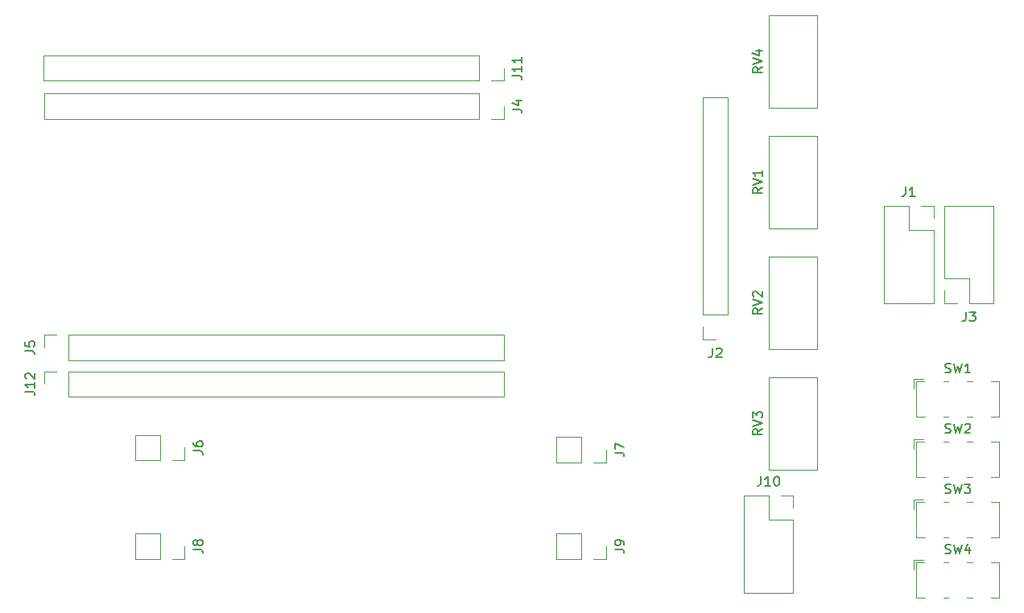
<source format=gbr>
%TF.GenerationSoftware,KiCad,Pcbnew,7.0.2*%
%TF.CreationDate,2023-05-18T09:18:09-03:00*%
%TF.ProjectId,placaSensIC075,706c6163-6153-4656-9e73-49433037352e,rev?*%
%TF.SameCoordinates,Original*%
%TF.FileFunction,Legend,Top*%
%TF.FilePolarity,Positive*%
%FSLAX46Y46*%
G04 Gerber Fmt 4.6, Leading zero omitted, Abs format (unit mm)*
G04 Created by KiCad (PCBNEW 7.0.2) date 2023-05-18 09:18:09*
%MOMM*%
%LPD*%
G01*
G04 APERTURE LIST*
%ADD10C,0.150000*%
%ADD11C,0.120000*%
G04 APERTURE END LIST*
D10*
%TO.C,J12*%
X87442619Y-93179523D02*
X88156904Y-93179523D01*
X88156904Y-93179523D02*
X88299761Y-93227142D01*
X88299761Y-93227142D02*
X88395000Y-93322380D01*
X88395000Y-93322380D02*
X88442619Y-93465237D01*
X88442619Y-93465237D02*
X88442619Y-93560475D01*
X88442619Y-92179523D02*
X88442619Y-92750951D01*
X88442619Y-92465237D02*
X87442619Y-92465237D01*
X87442619Y-92465237D02*
X87585476Y-92560475D01*
X87585476Y-92560475D02*
X87680714Y-92655713D01*
X87680714Y-92655713D02*
X87728333Y-92750951D01*
X87537857Y-91798570D02*
X87490238Y-91750951D01*
X87490238Y-91750951D02*
X87442619Y-91655713D01*
X87442619Y-91655713D02*
X87442619Y-91417618D01*
X87442619Y-91417618D02*
X87490238Y-91322380D01*
X87490238Y-91322380D02*
X87537857Y-91274761D01*
X87537857Y-91274761D02*
X87633095Y-91227142D01*
X87633095Y-91227142D02*
X87728333Y-91227142D01*
X87728333Y-91227142D02*
X87871190Y-91274761D01*
X87871190Y-91274761D02*
X88442619Y-91846189D01*
X88442619Y-91846189D02*
X88442619Y-91227142D01*
%TO.C,J3*%
X186356666Y-84782619D02*
X186356666Y-85496904D01*
X186356666Y-85496904D02*
X186309047Y-85639761D01*
X186309047Y-85639761D02*
X186213809Y-85735000D01*
X186213809Y-85735000D02*
X186070952Y-85782619D01*
X186070952Y-85782619D02*
X185975714Y-85782619D01*
X186737619Y-84782619D02*
X187356666Y-84782619D01*
X187356666Y-84782619D02*
X187023333Y-85163571D01*
X187023333Y-85163571D02*
X187166190Y-85163571D01*
X187166190Y-85163571D02*
X187261428Y-85211190D01*
X187261428Y-85211190D02*
X187309047Y-85258809D01*
X187309047Y-85258809D02*
X187356666Y-85354047D01*
X187356666Y-85354047D02*
X187356666Y-85592142D01*
X187356666Y-85592142D02*
X187309047Y-85687380D01*
X187309047Y-85687380D02*
X187261428Y-85735000D01*
X187261428Y-85735000D02*
X187166190Y-85782619D01*
X187166190Y-85782619D02*
X186880476Y-85782619D01*
X186880476Y-85782619D02*
X186785238Y-85735000D01*
X186785238Y-85735000D02*
X186737619Y-85687380D01*
%TO.C,J6*%
X105102619Y-99393333D02*
X105816904Y-99393333D01*
X105816904Y-99393333D02*
X105959761Y-99440952D01*
X105959761Y-99440952D02*
X106055000Y-99536190D01*
X106055000Y-99536190D02*
X106102619Y-99679047D01*
X106102619Y-99679047D02*
X106102619Y-99774285D01*
X105102619Y-98488571D02*
X105102619Y-98679047D01*
X105102619Y-98679047D02*
X105150238Y-98774285D01*
X105150238Y-98774285D02*
X105197857Y-98821904D01*
X105197857Y-98821904D02*
X105340714Y-98917142D01*
X105340714Y-98917142D02*
X105531190Y-98964761D01*
X105531190Y-98964761D02*
X105912142Y-98964761D01*
X105912142Y-98964761D02*
X106007380Y-98917142D01*
X106007380Y-98917142D02*
X106055000Y-98869523D01*
X106055000Y-98869523D02*
X106102619Y-98774285D01*
X106102619Y-98774285D02*
X106102619Y-98583809D01*
X106102619Y-98583809D02*
X106055000Y-98488571D01*
X106055000Y-98488571D02*
X106007380Y-98440952D01*
X106007380Y-98440952D02*
X105912142Y-98393333D01*
X105912142Y-98393333D02*
X105674047Y-98393333D01*
X105674047Y-98393333D02*
X105578809Y-98440952D01*
X105578809Y-98440952D02*
X105531190Y-98488571D01*
X105531190Y-98488571D02*
X105483571Y-98583809D01*
X105483571Y-98583809D02*
X105483571Y-98774285D01*
X105483571Y-98774285D02*
X105531190Y-98869523D01*
X105531190Y-98869523D02*
X105578809Y-98917142D01*
X105578809Y-98917142D02*
X105674047Y-98964761D01*
%TO.C,SW1*%
X184179167Y-91145000D02*
X184322024Y-91192619D01*
X184322024Y-91192619D02*
X184560119Y-91192619D01*
X184560119Y-91192619D02*
X184655357Y-91145000D01*
X184655357Y-91145000D02*
X184702976Y-91097380D01*
X184702976Y-91097380D02*
X184750595Y-91002142D01*
X184750595Y-91002142D02*
X184750595Y-90906904D01*
X184750595Y-90906904D02*
X184702976Y-90811666D01*
X184702976Y-90811666D02*
X184655357Y-90764047D01*
X184655357Y-90764047D02*
X184560119Y-90716428D01*
X184560119Y-90716428D02*
X184369643Y-90668809D01*
X184369643Y-90668809D02*
X184274405Y-90621190D01*
X184274405Y-90621190D02*
X184226786Y-90573571D01*
X184226786Y-90573571D02*
X184179167Y-90478333D01*
X184179167Y-90478333D02*
X184179167Y-90383095D01*
X184179167Y-90383095D02*
X184226786Y-90287857D01*
X184226786Y-90287857D02*
X184274405Y-90240238D01*
X184274405Y-90240238D02*
X184369643Y-90192619D01*
X184369643Y-90192619D02*
X184607738Y-90192619D01*
X184607738Y-90192619D02*
X184750595Y-90240238D01*
X185083929Y-90192619D02*
X185322024Y-91192619D01*
X185322024Y-91192619D02*
X185512500Y-90478333D01*
X185512500Y-90478333D02*
X185702976Y-91192619D01*
X185702976Y-91192619D02*
X185941072Y-90192619D01*
X186845833Y-91192619D02*
X186274405Y-91192619D01*
X186560119Y-91192619D02*
X186560119Y-90192619D01*
X186560119Y-90192619D02*
X186464881Y-90335476D01*
X186464881Y-90335476D02*
X186369643Y-90430714D01*
X186369643Y-90430714D02*
X186274405Y-90478333D01*
%TO.C,J4*%
X138682619Y-63473333D02*
X139396904Y-63473333D01*
X139396904Y-63473333D02*
X139539761Y-63520952D01*
X139539761Y-63520952D02*
X139635000Y-63616190D01*
X139635000Y-63616190D02*
X139682619Y-63759047D01*
X139682619Y-63759047D02*
X139682619Y-63854285D01*
X139015952Y-62568571D02*
X139682619Y-62568571D01*
X138635000Y-62806666D02*
X139349285Y-63044761D01*
X139349285Y-63044761D02*
X139349285Y-62425714D01*
%TO.C,RV4*%
X164950619Y-59015238D02*
X164474428Y-59348571D01*
X164950619Y-59586666D02*
X163950619Y-59586666D01*
X163950619Y-59586666D02*
X163950619Y-59205714D01*
X163950619Y-59205714D02*
X163998238Y-59110476D01*
X163998238Y-59110476D02*
X164045857Y-59062857D01*
X164045857Y-59062857D02*
X164141095Y-59015238D01*
X164141095Y-59015238D02*
X164283952Y-59015238D01*
X164283952Y-59015238D02*
X164379190Y-59062857D01*
X164379190Y-59062857D02*
X164426809Y-59110476D01*
X164426809Y-59110476D02*
X164474428Y-59205714D01*
X164474428Y-59205714D02*
X164474428Y-59586666D01*
X163950619Y-58729523D02*
X164950619Y-58396190D01*
X164950619Y-58396190D02*
X163950619Y-58062857D01*
X164283952Y-57300952D02*
X164950619Y-57300952D01*
X163903000Y-57539047D02*
X164617285Y-57777142D01*
X164617285Y-57777142D02*
X164617285Y-57158095D01*
%TO.C,SW4*%
X184179167Y-110195000D02*
X184322024Y-110242619D01*
X184322024Y-110242619D02*
X184560119Y-110242619D01*
X184560119Y-110242619D02*
X184655357Y-110195000D01*
X184655357Y-110195000D02*
X184702976Y-110147380D01*
X184702976Y-110147380D02*
X184750595Y-110052142D01*
X184750595Y-110052142D02*
X184750595Y-109956904D01*
X184750595Y-109956904D02*
X184702976Y-109861666D01*
X184702976Y-109861666D02*
X184655357Y-109814047D01*
X184655357Y-109814047D02*
X184560119Y-109766428D01*
X184560119Y-109766428D02*
X184369643Y-109718809D01*
X184369643Y-109718809D02*
X184274405Y-109671190D01*
X184274405Y-109671190D02*
X184226786Y-109623571D01*
X184226786Y-109623571D02*
X184179167Y-109528333D01*
X184179167Y-109528333D02*
X184179167Y-109433095D01*
X184179167Y-109433095D02*
X184226786Y-109337857D01*
X184226786Y-109337857D02*
X184274405Y-109290238D01*
X184274405Y-109290238D02*
X184369643Y-109242619D01*
X184369643Y-109242619D02*
X184607738Y-109242619D01*
X184607738Y-109242619D02*
X184750595Y-109290238D01*
X185083929Y-109242619D02*
X185322024Y-110242619D01*
X185322024Y-110242619D02*
X185512500Y-109528333D01*
X185512500Y-109528333D02*
X185702976Y-110242619D01*
X185702976Y-110242619D02*
X185941072Y-109242619D01*
X186750595Y-109575952D02*
X186750595Y-110242619D01*
X186512500Y-109195000D02*
X186274405Y-109909285D01*
X186274405Y-109909285D02*
X186893452Y-109909285D01*
%TO.C,J10*%
X164798476Y-102102619D02*
X164798476Y-102816904D01*
X164798476Y-102816904D02*
X164750857Y-102959761D01*
X164750857Y-102959761D02*
X164655619Y-103055000D01*
X164655619Y-103055000D02*
X164512762Y-103102619D01*
X164512762Y-103102619D02*
X164417524Y-103102619D01*
X165798476Y-103102619D02*
X165227048Y-103102619D01*
X165512762Y-103102619D02*
X165512762Y-102102619D01*
X165512762Y-102102619D02*
X165417524Y-102245476D01*
X165417524Y-102245476D02*
X165322286Y-102340714D01*
X165322286Y-102340714D02*
X165227048Y-102388333D01*
X166417524Y-102102619D02*
X166512762Y-102102619D01*
X166512762Y-102102619D02*
X166608000Y-102150238D01*
X166608000Y-102150238D02*
X166655619Y-102197857D01*
X166655619Y-102197857D02*
X166703238Y-102293095D01*
X166703238Y-102293095D02*
X166750857Y-102483571D01*
X166750857Y-102483571D02*
X166750857Y-102721666D01*
X166750857Y-102721666D02*
X166703238Y-102912142D01*
X166703238Y-102912142D02*
X166655619Y-103007380D01*
X166655619Y-103007380D02*
X166608000Y-103055000D01*
X166608000Y-103055000D02*
X166512762Y-103102619D01*
X166512762Y-103102619D02*
X166417524Y-103102619D01*
X166417524Y-103102619D02*
X166322286Y-103055000D01*
X166322286Y-103055000D02*
X166274667Y-103007380D01*
X166274667Y-103007380D02*
X166227048Y-102912142D01*
X166227048Y-102912142D02*
X166179429Y-102721666D01*
X166179429Y-102721666D02*
X166179429Y-102483571D01*
X166179429Y-102483571D02*
X166227048Y-102293095D01*
X166227048Y-102293095D02*
X166274667Y-102197857D01*
X166274667Y-102197857D02*
X166322286Y-102150238D01*
X166322286Y-102150238D02*
X166417524Y-102102619D01*
%TO.C,SW3*%
X184179167Y-103845000D02*
X184322024Y-103892619D01*
X184322024Y-103892619D02*
X184560119Y-103892619D01*
X184560119Y-103892619D02*
X184655357Y-103845000D01*
X184655357Y-103845000D02*
X184702976Y-103797380D01*
X184702976Y-103797380D02*
X184750595Y-103702142D01*
X184750595Y-103702142D02*
X184750595Y-103606904D01*
X184750595Y-103606904D02*
X184702976Y-103511666D01*
X184702976Y-103511666D02*
X184655357Y-103464047D01*
X184655357Y-103464047D02*
X184560119Y-103416428D01*
X184560119Y-103416428D02*
X184369643Y-103368809D01*
X184369643Y-103368809D02*
X184274405Y-103321190D01*
X184274405Y-103321190D02*
X184226786Y-103273571D01*
X184226786Y-103273571D02*
X184179167Y-103178333D01*
X184179167Y-103178333D02*
X184179167Y-103083095D01*
X184179167Y-103083095D02*
X184226786Y-102987857D01*
X184226786Y-102987857D02*
X184274405Y-102940238D01*
X184274405Y-102940238D02*
X184369643Y-102892619D01*
X184369643Y-102892619D02*
X184607738Y-102892619D01*
X184607738Y-102892619D02*
X184750595Y-102940238D01*
X185083929Y-102892619D02*
X185322024Y-103892619D01*
X185322024Y-103892619D02*
X185512500Y-103178333D01*
X185512500Y-103178333D02*
X185702976Y-103892619D01*
X185702976Y-103892619D02*
X185941072Y-102892619D01*
X186226786Y-102892619D02*
X186845833Y-102892619D01*
X186845833Y-102892619D02*
X186512500Y-103273571D01*
X186512500Y-103273571D02*
X186655357Y-103273571D01*
X186655357Y-103273571D02*
X186750595Y-103321190D01*
X186750595Y-103321190D02*
X186798214Y-103368809D01*
X186798214Y-103368809D02*
X186845833Y-103464047D01*
X186845833Y-103464047D02*
X186845833Y-103702142D01*
X186845833Y-103702142D02*
X186798214Y-103797380D01*
X186798214Y-103797380D02*
X186750595Y-103845000D01*
X186750595Y-103845000D02*
X186655357Y-103892619D01*
X186655357Y-103892619D02*
X186369643Y-103892619D01*
X186369643Y-103892619D02*
X186274405Y-103845000D01*
X186274405Y-103845000D02*
X186226786Y-103797380D01*
%TO.C,J9*%
X149425619Y-109782333D02*
X150139904Y-109782333D01*
X150139904Y-109782333D02*
X150282761Y-109829952D01*
X150282761Y-109829952D02*
X150378000Y-109925190D01*
X150378000Y-109925190D02*
X150425619Y-110068047D01*
X150425619Y-110068047D02*
X150425619Y-110163285D01*
X150425619Y-109258523D02*
X150425619Y-109068047D01*
X150425619Y-109068047D02*
X150378000Y-108972809D01*
X150378000Y-108972809D02*
X150330380Y-108925190D01*
X150330380Y-108925190D02*
X150187523Y-108829952D01*
X150187523Y-108829952D02*
X149997047Y-108782333D01*
X149997047Y-108782333D02*
X149616095Y-108782333D01*
X149616095Y-108782333D02*
X149520857Y-108829952D01*
X149520857Y-108829952D02*
X149473238Y-108877571D01*
X149473238Y-108877571D02*
X149425619Y-108972809D01*
X149425619Y-108972809D02*
X149425619Y-109163285D01*
X149425619Y-109163285D02*
X149473238Y-109258523D01*
X149473238Y-109258523D02*
X149520857Y-109306142D01*
X149520857Y-109306142D02*
X149616095Y-109353761D01*
X149616095Y-109353761D02*
X149854190Y-109353761D01*
X149854190Y-109353761D02*
X149949428Y-109306142D01*
X149949428Y-109306142D02*
X149997047Y-109258523D01*
X149997047Y-109258523D02*
X150044666Y-109163285D01*
X150044666Y-109163285D02*
X150044666Y-108972809D01*
X150044666Y-108972809D02*
X149997047Y-108877571D01*
X149997047Y-108877571D02*
X149949428Y-108829952D01*
X149949428Y-108829952D02*
X149854190Y-108782333D01*
%TO.C,RV3*%
X164950619Y-97115238D02*
X164474428Y-97448571D01*
X164950619Y-97686666D02*
X163950619Y-97686666D01*
X163950619Y-97686666D02*
X163950619Y-97305714D01*
X163950619Y-97305714D02*
X163998238Y-97210476D01*
X163998238Y-97210476D02*
X164045857Y-97162857D01*
X164045857Y-97162857D02*
X164141095Y-97115238D01*
X164141095Y-97115238D02*
X164283952Y-97115238D01*
X164283952Y-97115238D02*
X164379190Y-97162857D01*
X164379190Y-97162857D02*
X164426809Y-97210476D01*
X164426809Y-97210476D02*
X164474428Y-97305714D01*
X164474428Y-97305714D02*
X164474428Y-97686666D01*
X163950619Y-96829523D02*
X164950619Y-96496190D01*
X164950619Y-96496190D02*
X163950619Y-96162857D01*
X163950619Y-95924761D02*
X163950619Y-95305714D01*
X163950619Y-95305714D02*
X164331571Y-95639047D01*
X164331571Y-95639047D02*
X164331571Y-95496190D01*
X164331571Y-95496190D02*
X164379190Y-95400952D01*
X164379190Y-95400952D02*
X164426809Y-95353333D01*
X164426809Y-95353333D02*
X164522047Y-95305714D01*
X164522047Y-95305714D02*
X164760142Y-95305714D01*
X164760142Y-95305714D02*
X164855380Y-95353333D01*
X164855380Y-95353333D02*
X164903000Y-95400952D01*
X164903000Y-95400952D02*
X164950619Y-95496190D01*
X164950619Y-95496190D02*
X164950619Y-95781904D01*
X164950619Y-95781904D02*
X164903000Y-95877142D01*
X164903000Y-95877142D02*
X164855380Y-95924761D01*
%TO.C,RV1*%
X164950619Y-71715238D02*
X164474428Y-72048571D01*
X164950619Y-72286666D02*
X163950619Y-72286666D01*
X163950619Y-72286666D02*
X163950619Y-71905714D01*
X163950619Y-71905714D02*
X163998238Y-71810476D01*
X163998238Y-71810476D02*
X164045857Y-71762857D01*
X164045857Y-71762857D02*
X164141095Y-71715238D01*
X164141095Y-71715238D02*
X164283952Y-71715238D01*
X164283952Y-71715238D02*
X164379190Y-71762857D01*
X164379190Y-71762857D02*
X164426809Y-71810476D01*
X164426809Y-71810476D02*
X164474428Y-71905714D01*
X164474428Y-71905714D02*
X164474428Y-72286666D01*
X163950619Y-71429523D02*
X164950619Y-71096190D01*
X164950619Y-71096190D02*
X163950619Y-70762857D01*
X164950619Y-69905714D02*
X164950619Y-70477142D01*
X164950619Y-70191428D02*
X163950619Y-70191428D01*
X163950619Y-70191428D02*
X164093476Y-70286666D01*
X164093476Y-70286666D02*
X164188714Y-70381904D01*
X164188714Y-70381904D02*
X164236333Y-70477142D01*
%TO.C,SW2*%
X184179167Y-97495000D02*
X184322024Y-97542619D01*
X184322024Y-97542619D02*
X184560119Y-97542619D01*
X184560119Y-97542619D02*
X184655357Y-97495000D01*
X184655357Y-97495000D02*
X184702976Y-97447380D01*
X184702976Y-97447380D02*
X184750595Y-97352142D01*
X184750595Y-97352142D02*
X184750595Y-97256904D01*
X184750595Y-97256904D02*
X184702976Y-97161666D01*
X184702976Y-97161666D02*
X184655357Y-97114047D01*
X184655357Y-97114047D02*
X184560119Y-97066428D01*
X184560119Y-97066428D02*
X184369643Y-97018809D01*
X184369643Y-97018809D02*
X184274405Y-96971190D01*
X184274405Y-96971190D02*
X184226786Y-96923571D01*
X184226786Y-96923571D02*
X184179167Y-96828333D01*
X184179167Y-96828333D02*
X184179167Y-96733095D01*
X184179167Y-96733095D02*
X184226786Y-96637857D01*
X184226786Y-96637857D02*
X184274405Y-96590238D01*
X184274405Y-96590238D02*
X184369643Y-96542619D01*
X184369643Y-96542619D02*
X184607738Y-96542619D01*
X184607738Y-96542619D02*
X184750595Y-96590238D01*
X185083929Y-96542619D02*
X185322024Y-97542619D01*
X185322024Y-97542619D02*
X185512500Y-96828333D01*
X185512500Y-96828333D02*
X185702976Y-97542619D01*
X185702976Y-97542619D02*
X185941072Y-96542619D01*
X186274405Y-96637857D02*
X186322024Y-96590238D01*
X186322024Y-96590238D02*
X186417262Y-96542619D01*
X186417262Y-96542619D02*
X186655357Y-96542619D01*
X186655357Y-96542619D02*
X186750595Y-96590238D01*
X186750595Y-96590238D02*
X186798214Y-96637857D01*
X186798214Y-96637857D02*
X186845833Y-96733095D01*
X186845833Y-96733095D02*
X186845833Y-96828333D01*
X186845833Y-96828333D02*
X186798214Y-96971190D01*
X186798214Y-96971190D02*
X186226786Y-97542619D01*
X186226786Y-97542619D02*
X186845833Y-97542619D01*
%TO.C,J2*%
X159686666Y-88592619D02*
X159686666Y-89306904D01*
X159686666Y-89306904D02*
X159639047Y-89449761D01*
X159639047Y-89449761D02*
X159543809Y-89545000D01*
X159543809Y-89545000D02*
X159400952Y-89592619D01*
X159400952Y-89592619D02*
X159305714Y-89592619D01*
X160115238Y-88687857D02*
X160162857Y-88640238D01*
X160162857Y-88640238D02*
X160258095Y-88592619D01*
X160258095Y-88592619D02*
X160496190Y-88592619D01*
X160496190Y-88592619D02*
X160591428Y-88640238D01*
X160591428Y-88640238D02*
X160639047Y-88687857D01*
X160639047Y-88687857D02*
X160686666Y-88783095D01*
X160686666Y-88783095D02*
X160686666Y-88878333D01*
X160686666Y-88878333D02*
X160639047Y-89021190D01*
X160639047Y-89021190D02*
X160067619Y-89592619D01*
X160067619Y-89592619D02*
X160686666Y-89592619D01*
%TO.C,J5*%
X87422619Y-88873333D02*
X88136904Y-88873333D01*
X88136904Y-88873333D02*
X88279761Y-88920952D01*
X88279761Y-88920952D02*
X88375000Y-89016190D01*
X88375000Y-89016190D02*
X88422619Y-89159047D01*
X88422619Y-89159047D02*
X88422619Y-89254285D01*
X87422619Y-87920952D02*
X87422619Y-88397142D01*
X87422619Y-88397142D02*
X87898809Y-88444761D01*
X87898809Y-88444761D02*
X87851190Y-88397142D01*
X87851190Y-88397142D02*
X87803571Y-88301904D01*
X87803571Y-88301904D02*
X87803571Y-88063809D01*
X87803571Y-88063809D02*
X87851190Y-87968571D01*
X87851190Y-87968571D02*
X87898809Y-87920952D01*
X87898809Y-87920952D02*
X87994047Y-87873333D01*
X87994047Y-87873333D02*
X88232142Y-87873333D01*
X88232142Y-87873333D02*
X88327380Y-87920952D01*
X88327380Y-87920952D02*
X88375000Y-87968571D01*
X88375000Y-87968571D02*
X88422619Y-88063809D01*
X88422619Y-88063809D02*
X88422619Y-88301904D01*
X88422619Y-88301904D02*
X88375000Y-88397142D01*
X88375000Y-88397142D02*
X88327380Y-88444761D01*
%TO.C,J8*%
X105102619Y-109782333D02*
X105816904Y-109782333D01*
X105816904Y-109782333D02*
X105959761Y-109829952D01*
X105959761Y-109829952D02*
X106055000Y-109925190D01*
X106055000Y-109925190D02*
X106102619Y-110068047D01*
X106102619Y-110068047D02*
X106102619Y-110163285D01*
X105531190Y-109163285D02*
X105483571Y-109258523D01*
X105483571Y-109258523D02*
X105435952Y-109306142D01*
X105435952Y-109306142D02*
X105340714Y-109353761D01*
X105340714Y-109353761D02*
X105293095Y-109353761D01*
X105293095Y-109353761D02*
X105197857Y-109306142D01*
X105197857Y-109306142D02*
X105150238Y-109258523D01*
X105150238Y-109258523D02*
X105102619Y-109163285D01*
X105102619Y-109163285D02*
X105102619Y-108972809D01*
X105102619Y-108972809D02*
X105150238Y-108877571D01*
X105150238Y-108877571D02*
X105197857Y-108829952D01*
X105197857Y-108829952D02*
X105293095Y-108782333D01*
X105293095Y-108782333D02*
X105340714Y-108782333D01*
X105340714Y-108782333D02*
X105435952Y-108829952D01*
X105435952Y-108829952D02*
X105483571Y-108877571D01*
X105483571Y-108877571D02*
X105531190Y-108972809D01*
X105531190Y-108972809D02*
X105531190Y-109163285D01*
X105531190Y-109163285D02*
X105578809Y-109258523D01*
X105578809Y-109258523D02*
X105626428Y-109306142D01*
X105626428Y-109306142D02*
X105721666Y-109353761D01*
X105721666Y-109353761D02*
X105912142Y-109353761D01*
X105912142Y-109353761D02*
X106007380Y-109306142D01*
X106007380Y-109306142D02*
X106055000Y-109258523D01*
X106055000Y-109258523D02*
X106102619Y-109163285D01*
X106102619Y-109163285D02*
X106102619Y-108972809D01*
X106102619Y-108972809D02*
X106055000Y-108877571D01*
X106055000Y-108877571D02*
X106007380Y-108829952D01*
X106007380Y-108829952D02*
X105912142Y-108782333D01*
X105912142Y-108782333D02*
X105721666Y-108782333D01*
X105721666Y-108782333D02*
X105626428Y-108829952D01*
X105626428Y-108829952D02*
X105578809Y-108877571D01*
X105578809Y-108877571D02*
X105531190Y-108972809D01*
%TO.C,J1*%
X180026666Y-71622619D02*
X180026666Y-72336904D01*
X180026666Y-72336904D02*
X179979047Y-72479761D01*
X179979047Y-72479761D02*
X179883809Y-72575000D01*
X179883809Y-72575000D02*
X179740952Y-72622619D01*
X179740952Y-72622619D02*
X179645714Y-72622619D01*
X181026666Y-72622619D02*
X180455238Y-72622619D01*
X180740952Y-72622619D02*
X180740952Y-71622619D01*
X180740952Y-71622619D02*
X180645714Y-71765476D01*
X180645714Y-71765476D02*
X180550476Y-71860714D01*
X180550476Y-71860714D02*
X180455238Y-71908333D01*
%TO.C,RV2*%
X164950619Y-84415238D02*
X164474428Y-84748571D01*
X164950619Y-84986666D02*
X163950619Y-84986666D01*
X163950619Y-84986666D02*
X163950619Y-84605714D01*
X163950619Y-84605714D02*
X163998238Y-84510476D01*
X163998238Y-84510476D02*
X164045857Y-84462857D01*
X164045857Y-84462857D02*
X164141095Y-84415238D01*
X164141095Y-84415238D02*
X164283952Y-84415238D01*
X164283952Y-84415238D02*
X164379190Y-84462857D01*
X164379190Y-84462857D02*
X164426809Y-84510476D01*
X164426809Y-84510476D02*
X164474428Y-84605714D01*
X164474428Y-84605714D02*
X164474428Y-84986666D01*
X163950619Y-84129523D02*
X164950619Y-83796190D01*
X164950619Y-83796190D02*
X163950619Y-83462857D01*
X164045857Y-83177142D02*
X163998238Y-83129523D01*
X163998238Y-83129523D02*
X163950619Y-83034285D01*
X163950619Y-83034285D02*
X163950619Y-82796190D01*
X163950619Y-82796190D02*
X163998238Y-82700952D01*
X163998238Y-82700952D02*
X164045857Y-82653333D01*
X164045857Y-82653333D02*
X164141095Y-82605714D01*
X164141095Y-82605714D02*
X164236333Y-82605714D01*
X164236333Y-82605714D02*
X164379190Y-82653333D01*
X164379190Y-82653333D02*
X164950619Y-83224761D01*
X164950619Y-83224761D02*
X164950619Y-82605714D01*
%TO.C,J7*%
X149425619Y-99622333D02*
X150139904Y-99622333D01*
X150139904Y-99622333D02*
X150282761Y-99669952D01*
X150282761Y-99669952D02*
X150378000Y-99765190D01*
X150378000Y-99765190D02*
X150425619Y-99908047D01*
X150425619Y-99908047D02*
X150425619Y-100003285D01*
X149425619Y-99241380D02*
X149425619Y-98574714D01*
X149425619Y-98574714D02*
X150425619Y-99003285D01*
%TO.C,J11*%
X138672619Y-59939523D02*
X139386904Y-59939523D01*
X139386904Y-59939523D02*
X139529761Y-59987142D01*
X139529761Y-59987142D02*
X139625000Y-60082380D01*
X139625000Y-60082380D02*
X139672619Y-60225237D01*
X139672619Y-60225237D02*
X139672619Y-60320475D01*
X139672619Y-58939523D02*
X139672619Y-59510951D01*
X139672619Y-59225237D02*
X138672619Y-59225237D01*
X138672619Y-59225237D02*
X138815476Y-59320475D01*
X138815476Y-59320475D02*
X138910714Y-59415713D01*
X138910714Y-59415713D02*
X138958333Y-59510951D01*
X139672619Y-57987142D02*
X139672619Y-58558570D01*
X139672619Y-58272856D02*
X138672619Y-58272856D01*
X138672619Y-58272856D02*
X138815476Y-58368094D01*
X138815476Y-58368094D02*
X138910714Y-58463332D01*
X138910714Y-58463332D02*
X138958333Y-58558570D01*
D11*
%TO.C,J12*%
X92020000Y-93700000D02*
X137800000Y-93700000D01*
X92020000Y-93700000D02*
X92020000Y-91040000D01*
X137800000Y-93700000D02*
X137800000Y-91040000D01*
X89420000Y-92370000D02*
X89420000Y-91040000D01*
X89420000Y-91040000D02*
X90750000Y-91040000D01*
X92020000Y-91040000D02*
X137800000Y-91040000D01*
%TO.C,J3*%
X189290000Y-83880000D02*
X189290000Y-73600000D01*
X189290000Y-83880000D02*
X186690000Y-83880000D01*
X189290000Y-73600000D02*
X184090000Y-73600000D01*
X186690000Y-83880000D02*
X186690000Y-81280000D01*
X186690000Y-81280000D02*
X184090000Y-81280000D01*
X185420000Y-83880000D02*
X184090000Y-83880000D01*
X184090000Y-83880000D02*
X184090000Y-82550000D01*
X184090000Y-81280000D02*
X184090000Y-73600000D01*
%TO.C,J6*%
X101600000Y-97730000D02*
X99000000Y-97730000D01*
X101600000Y-97730000D02*
X101600000Y-100390000D01*
X99000000Y-97730000D02*
X99000000Y-100390000D01*
X104200000Y-99060000D02*
X104200000Y-100390000D01*
X104200000Y-100390000D02*
X102870000Y-100390000D01*
X101600000Y-100390000D02*
X99000000Y-100390000D01*
%TO.C,SW1*%
X180862500Y-91830000D02*
X181862500Y-91830000D01*
X180862500Y-92830000D02*
X180862500Y-91830000D01*
X181162500Y-92130000D02*
X182012500Y-92130000D01*
X181162500Y-95830000D02*
X181162500Y-92130000D01*
X182042500Y-95830000D02*
X181162500Y-95830000D01*
X184012500Y-92130000D02*
X184542500Y-92130000D01*
X184542500Y-95830000D02*
X183982500Y-95830000D01*
X186482500Y-92130000D02*
X187042500Y-92130000D01*
X187032500Y-95830000D02*
X186482500Y-95830000D01*
X188982500Y-92130000D02*
X189862500Y-92130000D01*
X189862500Y-92130000D02*
X189862500Y-95830000D01*
X189862500Y-95830000D02*
X188992500Y-95830000D01*
%TO.C,J4*%
X135180000Y-61810000D02*
X89400000Y-61810000D01*
X135180000Y-61810000D02*
X135180000Y-64470000D01*
X89400000Y-61810000D02*
X89400000Y-64470000D01*
X137780000Y-63140000D02*
X137780000Y-64470000D01*
X137780000Y-64470000D02*
X136450000Y-64470000D01*
X135180000Y-64470000D02*
X89400000Y-64470000D01*
%TO.C,RV4*%
X165618000Y-63305000D02*
X170688000Y-63305000D01*
X165618000Y-63305000D02*
X165618000Y-53535000D01*
X170688000Y-63305000D02*
X170688000Y-53535000D01*
X165618000Y-53535000D02*
X170688000Y-53535000D01*
%TO.C,SW4*%
X180862500Y-110880000D02*
X181862500Y-110880000D01*
X180862500Y-111880000D02*
X180862500Y-110880000D01*
X181162500Y-111180000D02*
X182012500Y-111180000D01*
X181162500Y-114880000D02*
X181162500Y-111180000D01*
X182042500Y-114880000D02*
X181162500Y-114880000D01*
X184012500Y-111180000D02*
X184542500Y-111180000D01*
X184542500Y-114880000D02*
X183982500Y-114880000D01*
X186482500Y-111180000D02*
X187042500Y-111180000D01*
X187032500Y-114880000D02*
X186482500Y-114880000D01*
X188982500Y-111180000D02*
X189862500Y-111180000D01*
X189862500Y-111180000D02*
X189862500Y-114880000D01*
X189862500Y-114880000D02*
X188992500Y-114880000D01*
%TO.C,J10*%
X163008000Y-104080000D02*
X163008000Y-114360000D01*
X163008000Y-104080000D02*
X165608000Y-104080000D01*
X163008000Y-114360000D02*
X168208000Y-114360000D01*
X165608000Y-104080000D02*
X165608000Y-106680000D01*
X165608000Y-106680000D02*
X168208000Y-106680000D01*
X166878000Y-104080000D02*
X168208000Y-104080000D01*
X168208000Y-104080000D02*
X168208000Y-105410000D01*
X168208000Y-106680000D02*
X168208000Y-114360000D01*
%TO.C,SW3*%
X180862500Y-104530000D02*
X181862500Y-104530000D01*
X180862500Y-105530000D02*
X180862500Y-104530000D01*
X181162500Y-104830000D02*
X182012500Y-104830000D01*
X181162500Y-108530000D02*
X181162500Y-104830000D01*
X182042500Y-108530000D02*
X181162500Y-108530000D01*
X184012500Y-104830000D02*
X184542500Y-104830000D01*
X184542500Y-108530000D02*
X183982500Y-108530000D01*
X186482500Y-104830000D02*
X187042500Y-104830000D01*
X187032500Y-108530000D02*
X186482500Y-108530000D01*
X188982500Y-104830000D02*
X189862500Y-104830000D01*
X189862500Y-104830000D02*
X189862500Y-108530000D01*
X189862500Y-108530000D02*
X188992500Y-108530000D01*
%TO.C,J9*%
X145923000Y-108119000D02*
X143323000Y-108119000D01*
X145923000Y-108119000D02*
X145923000Y-110779000D01*
X143323000Y-108119000D02*
X143323000Y-110779000D01*
X148523000Y-109449000D02*
X148523000Y-110779000D01*
X148523000Y-110779000D02*
X147193000Y-110779000D01*
X145923000Y-110779000D02*
X143323000Y-110779000D01*
%TO.C,RV3*%
X165618000Y-101405000D02*
X170688000Y-101405000D01*
X165618000Y-101405000D02*
X165618000Y-91635000D01*
X170688000Y-101405000D02*
X170688000Y-91635000D01*
X165618000Y-91635000D02*
X170688000Y-91635000D01*
%TO.C,RV1*%
X165618000Y-76005000D02*
X170688000Y-76005000D01*
X165618000Y-76005000D02*
X165618000Y-66235000D01*
X170688000Y-76005000D02*
X170688000Y-66235000D01*
X165618000Y-66235000D02*
X170688000Y-66235000D01*
%TO.C,SW2*%
X180862500Y-98180000D02*
X181862500Y-98180000D01*
X180862500Y-99180000D02*
X180862500Y-98180000D01*
X181162500Y-98480000D02*
X182012500Y-98480000D01*
X181162500Y-102180000D02*
X181162500Y-98480000D01*
X182042500Y-102180000D02*
X181162500Y-102180000D01*
X184012500Y-98480000D02*
X184542500Y-98480000D01*
X184542500Y-102180000D02*
X183982500Y-102180000D01*
X186482500Y-98480000D02*
X187042500Y-98480000D01*
X187032500Y-102180000D02*
X186482500Y-102180000D01*
X188982500Y-98480000D02*
X189862500Y-98480000D01*
X189862500Y-98480000D02*
X189862500Y-102180000D01*
X189862500Y-102180000D02*
X188992500Y-102180000D01*
%TO.C,J2*%
X161350000Y-85090000D02*
X161350000Y-62170000D01*
X161350000Y-85090000D02*
X158690000Y-85090000D01*
X161350000Y-62170000D02*
X158690000Y-62170000D01*
X160020000Y-87690000D02*
X158690000Y-87690000D01*
X158690000Y-87690000D02*
X158690000Y-86360000D01*
X158690000Y-85090000D02*
X158690000Y-62170000D01*
%TO.C,J5*%
X92000000Y-89870000D02*
X137780000Y-89870000D01*
X92000000Y-89870000D02*
X92000000Y-87210000D01*
X137780000Y-89870000D02*
X137780000Y-87210000D01*
X89400000Y-88540000D02*
X89400000Y-87210000D01*
X89400000Y-87210000D02*
X90730000Y-87210000D01*
X92000000Y-87210000D02*
X137780000Y-87210000D01*
%TO.C,J8*%
X101600000Y-108119000D02*
X99000000Y-108119000D01*
X101600000Y-108119000D02*
X101600000Y-110779000D01*
X99000000Y-108119000D02*
X99000000Y-110779000D01*
X104200000Y-109449000D02*
X104200000Y-110779000D01*
X104200000Y-110779000D02*
X102870000Y-110779000D01*
X101600000Y-110779000D02*
X99000000Y-110779000D01*
%TO.C,J1*%
X177760000Y-73600000D02*
X177760000Y-83880000D01*
X177760000Y-73600000D02*
X180360000Y-73600000D01*
X177760000Y-83880000D02*
X182960000Y-83880000D01*
X180360000Y-73600000D02*
X180360000Y-76200000D01*
X180360000Y-76200000D02*
X182960000Y-76200000D01*
X181630000Y-73600000D02*
X182960000Y-73600000D01*
X182960000Y-73600000D02*
X182960000Y-74930000D01*
X182960000Y-76200000D02*
X182960000Y-83880000D01*
%TO.C,RV2*%
X165618000Y-88705000D02*
X170688000Y-88705000D01*
X165618000Y-88705000D02*
X165618000Y-78935000D01*
X170688000Y-88705000D02*
X170688000Y-78935000D01*
X165618000Y-78935000D02*
X170688000Y-78935000D01*
%TO.C,J7*%
X145923000Y-97959000D02*
X143323000Y-97959000D01*
X145923000Y-97959000D02*
X145923000Y-100619000D01*
X143323000Y-97959000D02*
X143323000Y-100619000D01*
X148523000Y-99289000D02*
X148523000Y-100619000D01*
X148523000Y-100619000D02*
X147193000Y-100619000D01*
X145923000Y-100619000D02*
X143323000Y-100619000D01*
%TO.C,J11*%
X135170000Y-57800000D02*
X89390000Y-57800000D01*
X135170000Y-57800000D02*
X135170000Y-60460000D01*
X89390000Y-57800000D02*
X89390000Y-60460000D01*
X137770000Y-59130000D02*
X137770000Y-60460000D01*
X137770000Y-60460000D02*
X136440000Y-60460000D01*
X135170000Y-60460000D02*
X89390000Y-60460000D01*
%TD*%
M02*

</source>
